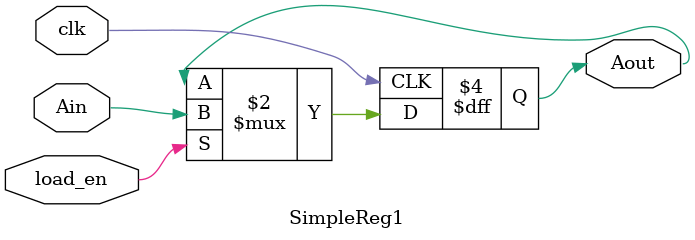
<source format=v>
module SimpleReg1(input Ain,
                  input load_en,
                  input clk,
                  output reg[0:0] Aout);

    always@(posedge clk)
    begin
        if(load_en)
			Aout <= Ain;
    end
    
endmodule

</source>
